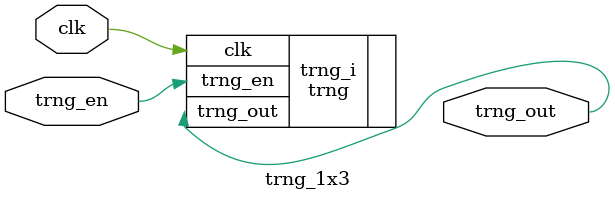
<source format=sv>


`default_nettype none

module trng_1x3 (
    input  clk,     // Sampling clock
    input  trng_en, // Enable all ring oscillators
    output trng_out // Output of the trng
);

    localparam NUM_OSCILLATORS = 1;
    localparam NUM_INVERTER = 3;

    trng #(
        .NUM_INVERTER       (NUM_INVERTER),
        .NUM_OSCILLATORS    (NUM_OSCILLATORS)
    ) trng_i (
        .clk        (clk),
        .trng_en    (trng_en),
        .trng_out   (trng_out)
    );

endmodule

</source>
